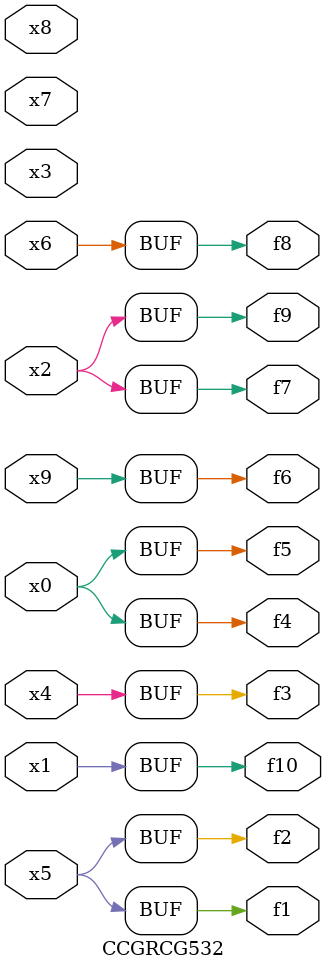
<source format=v>
module CCGRCG532(
	input x0, x1, x2, x3, x4, x5, x6, x7, x8, x9,
	output f1, f2, f3, f4, f5, f6, f7, f8, f9, f10
);
	assign f1 = x5;
	assign f2 = x5;
	assign f3 = x4;
	assign f4 = x0;
	assign f5 = x0;
	assign f6 = x9;
	assign f7 = x2;
	assign f8 = x6;
	assign f9 = x2;
	assign f10 = x1;
endmodule

</source>
